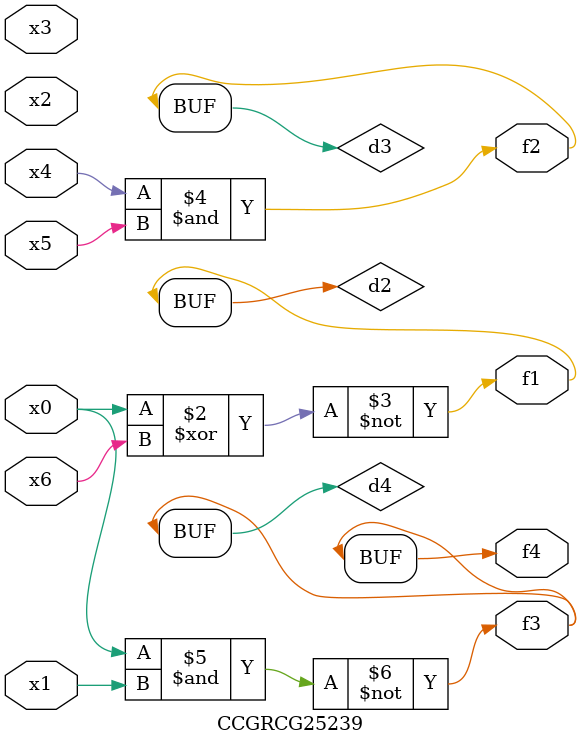
<source format=v>
module CCGRCG25239(
	input x0, x1, x2, x3, x4, x5, x6,
	output f1, f2, f3, f4
);

	wire d1, d2, d3, d4;

	nor (d1, x0);
	xnor (d2, x0, x6);
	and (d3, x4, x5);
	nand (d4, x0, x1);
	assign f1 = d2;
	assign f2 = d3;
	assign f3 = d4;
	assign f4 = d4;
endmodule

</source>
